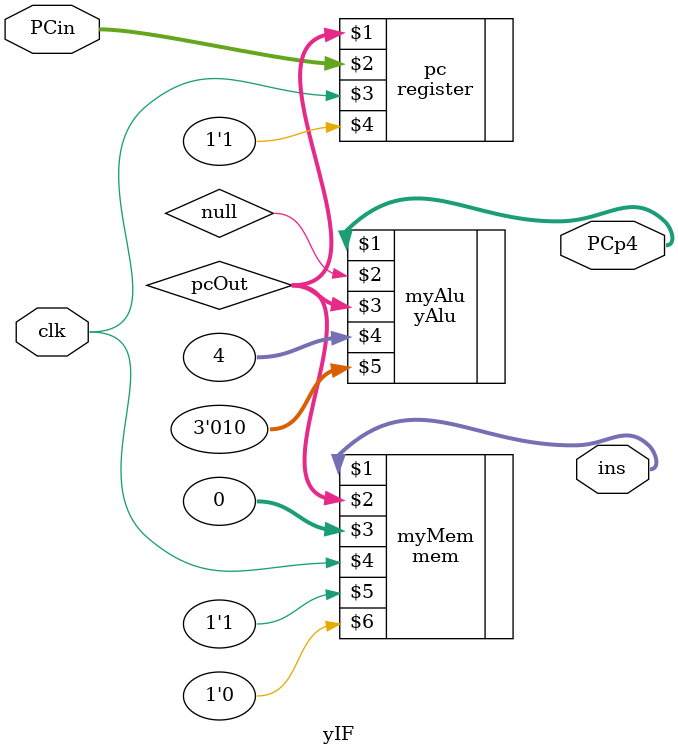
<source format=v>
module yIF(ins, PCp4, PCin, clk);
output [31:0] ins, PCp4;
input [31:0] PCin;
input clk;
wire [31:0] pcOut;
register #(32) pc(pcOut, PCin, clk, 1'b1);
yAlu myAlu(PCp4, null, pcOut, 32'd4, 3'b010);
mem myMem(ins, pcOut, 32'b0, clk, 1'b1, 1'b0);
endmodule 

</source>
